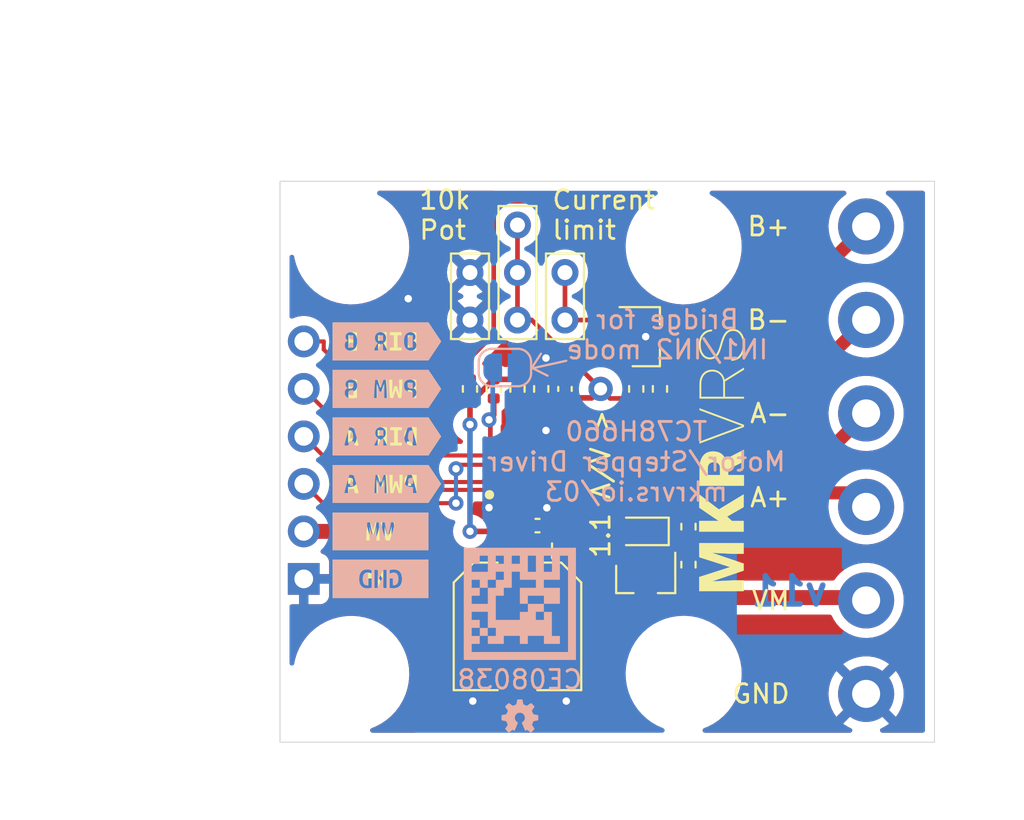
<source format=kicad_pcb>
(kicad_pcb (version 20210722) (generator pcbnew)
  (title_block (title "Makerverse Motor Driver 2ch") (date "2021-09-14") (rev "10") (comment 1 "Designed at Core Electronics by Brenton Schulz") (comment 2 "Makerverse and the makerverse logo are trademarks of Core Electronics Pty Ltd.") (comment 3 "License: CCASAv4.0 https://creativecommons.org/licenses/by-sa/4.0/"))
  (layers (0 "F.Cu" signal) (31 "B.Cu" signal) (34 "B.Paste" user) (35 "F.Paste" user) (36 "B.SilkS" user "B.Silkscreen") (37 "F.SilkS" user "F.Silkscreen") (38 "B.Mask" user) (39 "F.Mask" user) (44 "Edge.Cuts" user))
  (net 0 "")
  (net 1 "GND")
  (net 2 "VCC")
  (net 3 "Net-(C3-Pad1)")
  (net 4 "/MODE")
  (net 5 "/STBY")
  (net 6 "Net-(IC1-Pad11)")
  (net 7 "Net-(IC1-Pad8)")
  (net 8 "Net-(IC1-Pad7)")
  (net 9 "Net-(IC1-Pad6)")
  (net 10 "Net-(IC1-Pad5)")
  (net 11 "/PWMB")
  (net 12 "/PWMA")
  (net 13 "/DIRB")
  (net 14 "/DIRA")
  (net 15 "Net-(R2-Pad2)")
  (net 16 "Net-(D1-Pad1)")
  (net 17 "VDC")
  (net 18 "Net-(Q1-Pad1)")
  (footprint "Capacitor_SMD:CP_Elec_6.3x5.3" (layer "F.Cu") (at 145.56 113.662 -90)
    (fp_text reference "C2")
    (fp_text value "47uF")
    (pad "1" smd roundrect locked (at -2.8 0 270) (size 3.5 1.6) (layers "F.Cu" "F.Paste" "F.Mask") (roundrect_rratio 0.15625) (net 2 "VCC"))
    (pad "2" smd roundrect locked (at 2.8 0 270) (size 3.5 1.6) (layers "F.Cu" "F.Paste" "F.Mask") (roundrect_rratio 0.15625) (net 1 "GND"))
  )
  (footprint "Capacitor_SMD:C_0402_1005Metric" (layer "F.Cu") (at 146.63 108.272)
    (fp_text reference "C1")
    (fp_text value "100nF")
    (pad "1" smd roundrect locked (at -0.48 0) (size 0.56 0.62) (layers "F.Cu" "F.Paste" "F.Mask") (net 2 "VCC"))
    (pad "2" smd roundrect locked (at 0.48 0) (size 0.56 0.62) (layers "F.Cu" "F.Paste" "F.Mask") (net 1 "GND"))
  )
  (footprint "Capacitor_SMD:C_0402_1005Metric" (layer "F.Cu") (at 148.1 100.962 90)
    (fp_text reference "C3")
    (fp_text value "100nF")
    (pad "1" smd roundrect locked (at -0.48 0 90) (size 0.56 0.62) (layers "F.Cu" "F.Paste" "F.Mask") (net 3 "Net-(C3-Pad1)"))
    (pad "2" smd roundrect locked (at 0.48 0 90) (size 0.56 0.62) (layers "F.Cu" "F.Paste" "F.Mask") (net 1 "GND"))
  )
  (footprint "lib:QFN50P300X300X90-17N" (layer "F.Cu") (at 145.56 104.772 90)
    (fp_text reference "IC1")
    (fp_text value "TC78H660FTG,EL" hide)
    (pad "1" smd rect locked (at -1.45 -0.75 180) (size 0.3 0.8) (layers "F.Cu" "F.Paste" "F.Mask") (net 14 "/DIRA"))
    (pad "2" smd rect locked (at -1.45 -0.25 180) (size 0.3 0.8) (layers "F.Cu" "F.Paste" "F.Mask") (net 1 "GND"))
    (pad "3" smd rect locked (at -1.45 0.25 180) (size 0.3 0.8) (layers "F.Cu" "F.Paste" "F.Mask") (net 2 "VCC"))
    (pad "4" smd rect locked (at -1.45 0.75 180) (size 0.3 0.8) (layers "F.Cu" "F.Paste" "F.Mask") (net 1 "GND"))
    (pad "5" smd rect locked (at -0.75 1.45 90) (size 0.3 0.8) (layers "F.Cu" "F.Paste" "F.Mask") (net 10 "Net-(IC1-Pad5)"))
    (pad "6" smd rect locked (at -0.25 1.45 90) (size 0.3 0.8) (layers "F.Cu" "F.Paste" "F.Mask") (net 9 "Net-(IC1-Pad6)"))
    (pad "7" smd rect locked (at 0.25 1.45 90) (size 0.3 0.8) (layers "F.Cu" "F.Paste" "F.Mask") (net 8 "Net-(IC1-Pad7)"))
    (pad "8" smd rect locked (at 0.75 1.45 90) (size 0.3 0.8) (layers "F.Cu" "F.Paste" "F.Mask") (net 7 "Net-(IC1-Pad8)"))
    (pad "9" smd rect locked (at 1.45 0.75 180) (size 0.3 0.8) (layers "F.Cu" "F.Paste" "F.Mask") (net 1 "GND"))
    (pad "10" smd rect locked (at 1.45 0.25 180) (size 0.3 0.8) (layers "F.Cu" "F.Paste" "F.Mask") (net 3 "Net-(C3-Pad1)"))
    (pad "11" smd rect locked (at 1.45 -0.25 180) (size 0.3 0.8) (layers "F.Cu" "F.Paste" "F.Mask") (net 6 "Net-(IC1-Pad11)"))
    (pad "12" smd rect locked (at 1.45 -0.75 180) (size 0.3 0.8) (layers "F.Cu" "F.Paste" "F.Mask") (net 5 "/STBY"))
    (pad "13" smd rect locked (at 0.75 -1.45 90) (size 0.3 0.8) (layers "F.Cu" "F.Paste" "F.Mask") (net 4 "/MODE"))
    (pad "14" smd rect locked (at 0.25 -1.45 90) (size 0.3 0.8) (layers "F.Cu" "F.Paste" "F.Mask") (net 13 "/DIRB"))
    (pad "15" smd rect locked (at -0.25 -1.45 90) (size 0.3 0.8) (layers "F.Cu" "F.Paste" "F.Mask") (net 12 "/PWMA"))
    (pad "16" smd rect locked (at -0.75 -1.45 90) (size 0.3 0.8) (layers "F.Cu" "F.Paste" "F.Mask") (net 11 "/PWMB"))
    (pad "17" smd rect locked (at 0 0 90) (size 1.7 1.7) (layers "F.Cu" "F.Paste" "F.Mask") (net 1 "GND"))
  )
  (footprint "Connector_PinHeader_2.54mm:PinHeader_1x06_P2.54mm_Vertical" (layer "F.Cu") (at 134.13 111.122 180)
    (fp_text reference "J2")
    (fp_text value "Conn_01x06_Male")
    (pad "1" thru_hole rect locked (at 0 0 180) (size 1.7 1.7) (drill 1) (layers *.Cu *.Mask) (net 1 "GND"))
    (pad "2" thru_hole oval locked (at 0 2.54 180) (size 1.7 1.7) (drill 1) (layers *.Cu *.Mask) (net 17 "VDC"))
    (pad "3" thru_hole oval locked (at 0 5.08 180) (size 1.7 1.7) (drill 1) (layers *.Cu *.Mask) (net 12 "/PWMA"))
    (pad "4" thru_hole oval locked (at 0 7.62 180) (size 1.7 1.7) (drill 1) (layers *.Cu *.Mask) (net 14 "/DIRA"))
    (pad "5" thru_hole oval locked (at 0 10.16 180) (size 1.7 1.7) (drill 1) (layers *.Cu *.Mask) (net 11 "/PWMB"))
    (pad "6" thru_hole oval locked (at 0 12.7 180) (size 1.7 1.7) (drill 1) (layers *.Cu *.Mask) (net 13 "/DIRB"))
  )
  (footprint "Resistor_SMD:R_0402_1005Metric" (layer "F.Cu") (at 146.83 100.962 90)
    (fp_text reference "R1")
    (fp_text value "57.6k")
    (pad "1" smd roundrect locked (at -0.51 0 90) (size 0.54 0.64) (layers "F.Cu" "F.Paste" "F.Mask") (net 6 "Net-(IC1-Pad11)"))
    (pad "2" smd roundrect locked (at 0.51 0 90) (size 0.54 0.64) (layers "F.Cu" "F.Paste" "F.Mask") (net 1 "GND"))
  )
  (footprint "Resistor_SMD:R_0402_1005Metric" (layer "F.Cu") (at 143.02 100.962 90)
    (fp_text reference "R2")
    (fp_text value "4k7")
    (pad "1" smd roundrect locked (at -0.51 0 90) (size 0.54 0.64) (layers "F.Cu" "F.Paste" "F.Mask") (net 2 "VCC"))
    (pad "2" smd roundrect locked (at 0.51 0 90) (size 0.54 0.64) (layers "F.Cu" "F.Paste" "F.Mask") (net 15 "Net-(R2-Pad2)"))
  )
  (footprint "Resistor_SMD:R_0402_1005Metric" (layer "F.Cu") (at 144.29 100.962 -90)
    (fp_text reference "R3")
    (fp_text value "4k7")
    (pad "1" smd roundrect locked (at -0.51 0 270) (size 0.54 0.64) (layers "F.Cu" "F.Paste" "F.Mask") (net 2 "VCC"))
    (pad "2" smd roundrect locked (at 0.51 0 270) (size 0.54 0.64) (layers "F.Cu" "F.Paste" "F.Mask") (net 4 "/MODE"))
  )
  (footprint "Resistor_SMD:R_0402_1005Metric" (layer "F.Cu") (at 145.56 100.962 -90)
    (fp_text reference "R4")
    (fp_text value "4k7")
    (pad "1" smd roundrect locked (at -0.51 0 270) (size 0.54 0.64) (layers "F.Cu" "F.Paste" "F.Mask") (net 2 "VCC"))
    (pad "2" smd roundrect locked (at 0.51 0 270) (size 0.54 0.64) (layers "F.Cu" "F.Paste" "F.Mask") (net 5 "/STBY"))
  )
  (footprint "Potentiometer_THT:Potentiometer_Bourns_3296W_Vertical" (layer "F.Cu") (at 148.1 97.279)
    (fp_text reference "RV1")
    (fp_text value "R_POT")
    (pad "1" thru_hole circle locked (at 0 0) (size 1.44 1.44) (drill 0.8) (layers *.Cu *.Mask) (net 15 "Net-(R2-Pad2)"))
    (pad "1" thru_hole circle locked (at 0 -2.54) (size 1.44 1.44) (drill 0.8) (layers *.Cu *.Mask) (net 15 "Net-(R2-Pad2)"))
    (pad "2" thru_hole circle locked (at -2.54 0) (size 1.44 1.44) (drill 0.8) (layers *.Cu *.Mask) (net 3 "Net-(C3-Pad1)"))
    (pad "2" thru_hole circle locked (at -2.54 -2.54) (size 1.44 1.44) (drill 0.8) (layers *.Cu *.Mask) (net 3 "Net-(C3-Pad1)"))
    (pad "2" thru_hole circle locked (at -2.54 -5.08) (size 1.44 1.44) (drill 0.8) (layers *.Cu *.Mask) (net 3 "Net-(C3-Pad1)"))
    (pad "3" thru_hole circle locked (at -5.08 0) (size 1.44 1.44) (drill 0.8) (layers *.Cu *.Mask) (net 1 "GND"))
    (pad "3" thru_hole circle locked (at -5.08 -2.54) (size 1.44 1.44) (drill 0.8) (layers *.Cu *.Mask) (net 1 "GND"))
  )
  (footprint "TestPoint:TestPoint_THTPad_1.5x1.5mm_Drill0.7mm" (layer "F.Cu") (at 150.005 100.962)
    (fp_text reference "TP1")
    (fp_text value "TestPoint")
    (pad "1" thru_hole oval locked (at 0 0) (size 1.3 1.3) (drill 0.7) (layers *.Cu *.Mask) (net 3 "Net-(C3-Pad1)"))
  )
  (footprint "label" (layer "F.Cu") (at 138.575 103.502)
    (fp_text reference "kibuzzard-611F029E" hide)
    (fp_text value "G***" hide)
  )
  (footprint "label" (layer "F.Cu") (at 138.575 106.042)
    (fp_text reference "kibuzzard-611F03C6" hide)
    (fp_text value "G***" hide)
  )
  (footprint "label" (layer "F.Cu") (at 138.575 100.962)
    (fp_text reference "kibuzzard-611F03CE" hide)
    (fp_text value "G***" hide)
  )
  (footprint "label" (layer "F.Cu") (at 138.575 98.422)
    (fp_text reference "kibuzzard-611F033D" hide)
    (fp_text value "G***" hide)
  )
  (footprint "label" (layer "F.Cu") (at 138.236377 111.122)
    (fp_text reference "kibuzzard-611F05D8" hide)
    (fp_text value "G***" hide)
  )
  (footprint "label" (layer "F.Cu") (at 138.236377 108.582)
    (fp_text reference "kibuzzard-611F05E5" hide)
    (fp_text value "G***" hide)
  )
  (footprint "CoreElectronics_Artwork:makerverse_logo_short_14.0x2.4mm" (layer "F.Cu") (at 156.482 104.772 90)
    (fp_text reference "G***" hide)
    (fp_text value "LOGO" hide)
  )
  (footprint "MountingHole:MountingHole_3.2mm_M3" (layer "F.Cu") (at 136.67 93.342)
    (fp_text reference "H1")
    (fp_text value "MountingHole")
    (pad "1" np_thru_hole circle locked (at 0 0) (size 3.2 3.2) (drill 3.2) (layers *.Cu *.Mask))
  )
  (footprint "MountingHole:MountingHole_3.2mm_M3" (layer "F.Cu") (at 136.67 116.202 90)
    (fp_text reference "H2")
    (fp_text value "MountingHole")
    (pad "1" np_thru_hole circle locked (at 0 0 90) (size 3.2 3.2) (drill 3.2) (layers *.Cu *.Mask))
  )
  (footprint "MountingHole:MountingHole_3.2mm_M3" (layer "F.Cu") (at 154.45 93.342)
    (fp_text reference "H3")
    (fp_text value "MountingHole")
    (pad "1" np_thru_hole circle locked (at 0 0) (size 3.2 3.2) (drill 3.2) (layers *.Cu *.Mask))
  )
  (footprint "MountingHole:MountingHole_3.2mm_M3" (layer "F.Cu") (at 154.45 116.202)
    (fp_text reference "H4")
    (fp_text value "MountingHole")
    (pad "1" np_thru_hole circle locked (at 0 0) (size 3.2 3.2) (drill 3.2) (layers *.Cu *.Mask))
  )
  (footprint "lib:terminal-2-pin-5mm" (layer "F.Cu") (at 164.205 104.772 -90)
    (fp_text reference "J4")
    (fp_text value "Screw_Terminal_01x02")
    (pad "1" thru_hole circle locked (at -2.5 0 270) (size 3 3) (drill 1.5) (layers *.Cu *.Mask) (net 9 "Net-(IC1-Pad6)"))
    (pad "2" thru_hole circle locked (at 2.5 0 270) (size 3 3) (drill 1.5) (layers *.Cu *.Mask) (net 10 "Net-(IC1-Pad5)"))
  )
  (footprint "lib:terminal-2-pin-5mm" (layer "F.Cu") (at 164.205 114.772 -90)
    (fp_text reference "J1")
    (fp_text value "Screw_Terminal_01x02")
    (pad "1" thru_hole circle locked (at -2.5 0 270) (size 3 3) (drill 1.5) (layers *.Cu *.Mask) (net 17 "VDC"))
    (pad "2" thru_hole circle locked (at 2.5 0 270) (size 3 3) (drill 1.5) (layers *.Cu *.Mask) (net 1 "GND"))
  )
  (footprint "lib:terminal-2-pin-5mm" (layer "F.Cu") (at 164.205 94.772 -90)
    (fp_text reference "J3")
    (fp_text value "Screw_Terminal_01x02")
    (pad "1" thru_hole circle locked (at -2.5 0 270) (size 3 3) (drill 1.5) (layers *.Cu *.Mask) (net 7 "Net-(IC1-Pad8)"))
    (pad "2" thru_hole circle locked (at 2.5 0 270) (size 3 3) (drill 1.5) (layers *.Cu *.Mask) (net 8 "Net-(IC1-Pad7)"))
  )
  (footprint "Fiducial:Fiducial_1mm_Mask2mm" (layer "F.Cu") (at 166.1 94.779)
    (fp_text reference "FID1")
    (fp_text value "Fiducial")
    (pad "" smd circle locked (at 0 0) (size 1 1) (layers "F.Cu" "F.Mask") (clearance 0.5))
  )
  (footprint "Fiducial:Fiducial_1mm_Mask2mm" (layer "F.Cu") (at 143.528 113.662)
    (fp_text reference "FID2")
    (fp_text value "Fiducial")
    (pad "" smd circle locked (at 0 0) (size 1 1) (layers "F.Cu" "F.Mask") (clearance 0.5))
  )
  (footprint "LED_SMD:LED_0603_1608Metric" (layer "F.Cu") (at 152.164 108.582 180)
    (fp_text reference "D1")
    (fp_text value "LED")
    (pad "1" smd roundrect locked (at -0.7875 0 180) (size 0.875 0.95) (layers "F.Cu" "F.Paste" "F.Mask") (net 16 "Net-(D1-Pad1)"))
    (pad "2" smd roundrect locked (at 0.7875 0 180) (size 0.875 0.95) (layers "F.Cu" "F.Paste" "F.Mask") (net 2 "VCC"))
  )
  (footprint "Package_TO_SOT_SMD:SOT-23" (layer "F.Cu") (at 152.418 98.168)
    (fp_text reference "U1")
    (fp_text value "ME431")
    (pad "1" smd rect locked (at -1 -0.95) (size 0.9 0.8) (layers "F.Cu" "F.Paste" "F.Mask") (net 15 "Net-(R2-Pad2)"))
    (pad "2" smd rect locked (at -1 0.95) (size 0.9 0.8) (layers "F.Cu" "F.Paste" "F.Mask") (net 15 "Net-(R2-Pad2)"))
    (pad "3" smd rect locked (at 1 0) (size 0.9 0.8) (layers "F.Cu" "F.Paste" "F.Mask") (net 1 "GND"))
  )
  (footprint "Package_TO_SOT_SMD:SOT-23" (layer "F.Cu") (at 152.418 111.122 -90)
    (fp_text reference "Q1")
    (fp_text value "Q_PMOS_GSD")
    (pad "1" smd rect locked (at -1 -0.95 270) (size 0.9 0.8) (layers "F.Cu" "F.Paste" "F.Mask") (net 18 "Net-(Q1-Pad1)"))
    (pad "2" smd rect locked (at -1 0.95 270) (size 0.9 0.8) (layers "F.Cu" "F.Paste" "F.Mask") (net 2 "VCC"))
    (pad "3" smd rect locked (at 1 0 270) (size 0.9 0.8) (layers "F.Cu" "F.Paste" "F.Mask") (net 17 "VDC"))
  )
  (footprint "Resistor_SMD:R_0402_1005Metric" (layer "F.Cu") (at 154.704 108.328 -90)
    (fp_text reference "R7")
    (fp_text value "1k")
    (pad "1" smd roundrect locked (at -0.51 0 270) (size 0.54 0.64) (layers "F.Cu" "F.Paste" "F.Mask") (net 16 "Net-(D1-Pad1)"))
    (pad "2" smd roundrect locked (at 0.51 0 270) (size 0.54 0.64) (layers "F.Cu" "F.Paste" "F.Mask") (net 18 "Net-(Q1-Pad1)"))
  )
  (footprint "Resistor_SMD:R_0402_1005Metric" (layer "F.Cu") (at 153.18 100.962 90)
    (fp_text reference "R6")
    (fp_text value "14k")
    (pad "1" smd roundrect locked (at -0.51 0 90) (size 0.54 0.64) (layers "F.Cu" "F.Paste" "F.Mask") (net 3 "Net-(C3-Pad1)"))
    (pad "2" smd roundrect locked (at 0.51 0 90) (size 0.54 0.64) (layers "F.Cu" "F.Paste" "F.Mask") (net 1 "GND"))
  )
  (footprint "Resistor_SMD:R_0402_1005Metric" (layer "F.Cu") (at 154.704 110.36 -90)
    (fp_text reference "R8")
    (fp_text value "4k7")
    (pad "1" smd roundrect locked (at -0.51 0 270) (size 0.54 0.64) (layers "F.Cu" "F.Paste" "F.Mask") (net 18 "Net-(Q1-Pad1)"))
    (pad "2" smd roundrect locked (at 0.51 0 270) (size 0.54 0.64) (layers "F.Cu" "F.Paste" "F.Mask") (net 1 "GND"))
  )
  (footprint "Resistor_SMD:R_0402_1005Metric" (layer "F.Cu") (at 151.91 100.962 -90)
    (fp_text reference "R5")
    (fp_text value "4k7")
    (pad "1" smd roundrect locked (at -0.51 0 270) (size 0.54 0.64) (layers "F.Cu" "F.Paste" "F.Mask") (net 15 "Net-(R2-Pad2)"))
    (pad "2" smd roundrect locked (at 0.51 0 270) (size 0.54 0.64) (layers "F.Cu" "F.Paste" "F.Mask") (net 3 "Net-(C3-Pad1)"))
  )
  (footprint "CoreElectronics_Components:SolderJumper-2_P1.3mm_Open_RoundedPad1.0x1.5mm_NoMask" (layer "B.Cu") (at 144.887 99.819)
    (fp_text reference "JP1")
    (fp_text value "SolderJumper_2_Open")
    (pad "1" smd custom locked (at -0.65 0) (size 1 0.5) (layers "B.Cu" "B.Mask") (net 4 "/MODE") (options (clearance outline) (anchor rect)) (primitives (gr_circle (center 0 -0.25) (end 0.5 -0.25) (width 0) (fill yes)) (gr_circle (center 0 0.25) (end 0.5 0.25) (width 0) (fill yes)) (gr_poly (pts (xy 0.5 0.75) (xy 0 0.75) (xy 0 -0.75) (xy 0.5 -0.75)) (width 0) (fill yes))))
    (pad "2" smd custom locked (at 0.65 0) (size 1 0.5) (layers "B.Cu" "B.Mask") (net 1 "GND") (options (clearance outline) (anchor rect)) (primitives (gr_circle (center 0 -0.25) (end 0.5 -0.25) (width 0) (fill yes)) (gr_circle (center 0 0.25) (end 0.5 0.25) (width 0) (fill yes)) (gr_poly (pts (xy 0 0.75) (xy -0.5 0.75) (xy -0.5 -0.75) (xy 0 -0.75)) (width 0) (fill yes))))
  )
  (footprint "label" (layer "B.Cu") (at 138.238494 108.582 180)
    (fp_text reference "kibuzzard-611F1057" hide)
    (fp_text value "G***" hide)
  )
  (footprint "label" (layer "B.Cu") (at 138.575 98.422 180)
    (fp_text reference "kibuzzard-611F1086" hide)
    (fp_text value "G***" hide)
  )
  (footprint "label" (layer "B.Cu") (at 138.575 100.962 180)
    (fp_text reference "kibuzzard-611F1098" hide)
    (fp_text value "G***" hide)
  )
  (footprint "label" (layer "B.Cu") (at 138.572883 106.042 180)
    (fp_text reference "kibuzzard-611F10A0" hide)
    (fp_text value "G***" hide)
  )
  (footprint "CoreElectronics_Artwork:oshw" (layer "B.Cu") (at 145.694257 118.457 180)
    (fp_text reference "G***" hide)
    (fp_text value "LOGO" hide)
  )
  (footprint "label" (layer "B.Cu") (at 138.575 103.502 180)
    (fp_text reference "kibuzzard-611F10AC" hide)
    (fp_text value "G***" hide)
  )
  (footprint "label" (layer "B.Cu") (at 138.238494 111.122 180)
    (fp_text reference "kibuzzard-611F05D8" hide)
    (fp_text value "G***" hide)
  )
  (footprint "lib:CE08038" (layer "B.Cu") (at 145.687 112.457 180)
    (fp_text reference "G***" hide)
    (fp_text value "LOGO" hide)
  )
  (gr_line (start 146.325988 99.835488) (end 146.814013 99.078513) (layer "B.SilkS") (width 0.12))
  (gr_line (start 146.37 99.857) (end 147.17 100.257) (layer "B.SilkS") (width 0.12))
  (gr_line (start 148.17 99.457) (end 146.37 99.857) (layer "B.SilkS") (width 0.12))
  (gr_line (start 146.576 98.295) (end 146.576 91.183) (layer "F.SilkS") (width 0.12))
  (gr_line (start 144.036 93.723) (end 144.036 98.295) (layer "F.SilkS") (width 0.12))
  (gr_line (start 146.576 91.183) (end 144.544 91.183) (layer "F.SilkS") (width 0.12))
  (gr_line (start 144.036 98.295) (end 142.004 98.295) (layer "F.SilkS") (width 0.12))
  (gr_line (start 147.084 93.723) (end 147.084 98.295) (layer "F.SilkS") (width 0.12))
  (gr_line (start 144.544 91.183) (end 144.544 98.295) (layer "F.SilkS") (width 0.12))
  (gr_line (start 147.084 98.295) (end 149.116 98.295) (layer "F.SilkS") (width 0.12))
  (gr_line (start 149.116 93.723) (end 147.084 93.723) (layer "F.SilkS") (width 0.12))
  (gr_line (start 144.544 98.295) (end 146.576 98.295) (layer "F.SilkS") (width 0.12))
  (gr_line (start 149.116 98.295) (end 149.116 93.723) (layer "F.SilkS") (width 0.12))
  (gr_line (start 142.004 93.723) (end 144.036 93.723) (layer "F.SilkS") (width 0.12))
  (gr_line (start 142.004 98.295) (end 142.004 93.723) (layer "F.SilkS") (width 0.12))
  (gr_line (start 167.86 119.857) (end 167.86 89.857) (layer "Edge.Cuts") (width 0.05))
  (gr_line (start 132.86 119.857) (end 167.86 119.857) (layer "Edge.Cuts") (width 0.05))
  (gr_line (start 167.86 89.857) (end 132.86 89.857) (layer "Edge.Cuts") (width 0.05))
  (gr_line (start 132.86 89.857) (end 132.86 119.857) (layer "Edge.Cuts") (width 0.05))
  (gr_text "v11" (at 160.1 111.779) (layer "B.Cu") (effects (font (size 1.5 1.5) (thickness 0.3)) (justify mirror)))
  (gr_text "Bridge for\nIN1/IN2 mode" (at 153.57 98.057) (layer "B.SilkS") (effects (font (size 1 1)) (justify mirror)))
  (gr_text "TC78H660\nMotor/Stepper Driver\nmkrvrs.io/03" (at 151.91 104.857) (layer "B.SilkS") (effects (font (size 1 1)) (justify mirror)))
  (gr_text "CE08038" (at 145.686999 116.511983) (layer "B.SilkS") (effects (font (size 1 1)) (justify mirror)))
  (gr_text "Current\nlimit" (at 147.338 91.658) (layer "F.SilkS") (effects (font (size 1 1)) (justify left)))
  (gr_text "GND" (at 160.205 117.272) (layer "F.SilkS") (effects (font (size 1 1)) (justify right)))
  (gr_text "B+" (at 160.205 92.272) (layer "F.SilkS") (effects (font (size 1 1)) (justify right)))
  (gr_text "A-" (at 160.205 102.272) (layer "F.SilkS") (effects (font (size 1 1)) (justify right)))
  (gr_text "1.1 A/V >" (at 150.005 106.042 90) (layer "F.SilkS") (effects (font (size 1 1))))
  (gr_text "VM" (at 160.205 112.272) (layer "F.SilkS") (effects (font (size 1 1)) (justify right)))
  (gr_text "A+" (at 160.205 106.772) (layer "F.SilkS") (effects (font (size 1 1)) (justify right)))
  (gr_text "B-" (at 160.205 97.272) (layer "F.SilkS") (effects (font (size 1 1)) (justify right)))
  (gr_text "10k\nPot" (at 140.226 91.658) (layer "F.SilkS") (effects (font (size 1 1)) (justify left)))
  (segment (start 145.56 104.772) (end 145.56 104.772) (width 0.22) (layer "F.Cu") (net 1))
  (segment (start 147.11 108.272) (end 147.11 107.34201) (width 0.7) (layer "F.Cu") (net 1))
  (segment (start 146.31 103.322) (end 146.31 104.022) (width 0.2) (layer "F.Cu") (net 1))
  (segment (start 146.31 106.50199) (end 147.13001 107.322) (width 0.25) (layer "F.Cu") (net 1))
  (segment (start 144.91001 107.27199) (end 144.07601 107.27199) (width 0.25) (layer "F.Cu") (net 1))
  (segment (start 145.31 106.222) (end 145.31 105.021986) (width 0.25) (layer "F.Cu") (net 1))
  (segment (start 146.31 106.222) (end 146.31 106.652) (width 0.25) (layer "F.Cu") (net 1))
  (segment (start 146.31 106.702) (end 146.73 107.122) (width 0.25) (layer "F.Cu") (net 1))
  (segment (start 145.31 106.872) (end 144.91001 107.27199) (width 0.25) (layer "F.Cu") (net 1))
  (segment (start 147.11 107.34201) (end 147.13001 107.322) (width 0.7) (layer "F.Cu") (net 1))
  (segment (start 153.418 98.168) (end 152.418 98.168) (width 0.25) (layer "F.Cu") (net 1))
  (segment (start 145.31 105.021986) (end 145.56 104.771986) (width 0.25) (layer "F.Cu") (net 1))
  (segment (start 146.299999 105.511985) (end 145.56 104.771986) (width 0.22) (layer "F.Cu") (net 1))
  (segment (start 146.31 106.222) (end 146.31 106.50199) (width 0.25) (layer "F.Cu") (net 1))
  (segment (start 146.31 104.022) (end 145.56 104.772) (width 0.2) (layer "F.Cu") (net 1))
  (segment (start 146.299999 106.211999) (end 146.299999 105.511985) (width 0.22) (layer "F.Cu") (net 1))
  (segment (start 146.4475 103.1845) (end 146.31 103.322) (width 0.25) (layer "F.Cu") (net 1))
  (segment (start 146.83 100.452) (end 146.83 99.565) (width 0.25) (layer "F.Cu") (net 1))
  (segment (start 146.9465 103.322) (end 147.084 103.1845) (width 0.2) (layer "F.Cu") (net 1))
  (segment (start 147.084 103.1845) (end 146.4475 103.1845) (width 0.5) (layer "F.Cu") (net 1))
  (segment (start 146.270001 103.361999) (end 146.270001 104.061985) (width 0.22) (layer "F.Cu") (net 1))
  (segment (start 146.31 103.322) (end 146.270001 103.361999) (width 0.22) (layer "F.Cu") (net 1))
  (segment (start 146.31 106.222) (end 146.31 106.702) (width 0.25) (layer "F.Cu") (net 1))
  (segment (start 146.83 99.565) (end 147.084 99.311) (width 0.25) (layer "F.Cu") (net 1))
  (segment (start 145.31 106.222) (end 145.31 106.872) (width 0.25) (layer "F.Cu") (net 1))
  (segment (start 146.31 106.222) (end 146.299999 106.211999) (width 0.22) (layer "F.Cu") (net 1))
  (segment (start 146.270001 104.061985) (end 145.56 104.771986) (width 0.22) (layer "F.Cu") (net 1))
  (segment (start 144.07601 107.27199) (end 144.036 107.312) (width 0.25) (layer "F.Cu") (net 1))
  (via (at 139.718 96.136) (size 0.8) (drill 0.4) (layers "F.Cu" "B.Cu") (net 1))
  (via (at 152.418 98.168) (size 0.8) (drill 0.4) (layers "F.Cu" "B.Cu") (net 1))
  (via (at 147.084 99.311) (size 0.8) (drill 0.4) (layers "F.Cu" "B.Cu") (net 1))
  (via (at 147.084 103.1845) (size 0.8) (drill 0.4) (layers "F.Cu" "B.Cu") (net 1))
  (via (at 147.13001 107.322) (size 0.8) (drill 0.4) (layers "F.Cu" "B.Cu") (net 1))
  (via (at 148.17 117.657) (size 0.8) (drill 0.4) (layers "F.Cu" "B.Cu") (net 1))
  (via (at 143.17 117.657) (size 0.8) (drill 0.4) (layers "F.Cu" "B.Cu") (net 1))
  (via (at 144.036 107.312) (size 0.8) (drill 0.4) (layers "F.Cu" "B.Cu") (net 1))
  (segment (start 145.64 108.272) (end 146.15 108.272) (width 0.2) (layer "F.Cu") (net 2))
  (segment (start 143.02 101.472) (end 143.27 101.472) (width 0.3) (layer "F.Cu") (net 2))
  (segment (start 151.468 110.122) (end 151.468 108.6735) (width 0.25) (layer "F.Cu") (net 2))
  (segment (start 146.3 110.122) (end 145.56 110.862) (width 0.8) (layer "F.Cu") (net 2))
  (segment (start 143.02 101.472) (end 143.02 102.866996) (width 0.3) (layer "F.Cu") (net 2))
  (segment (start 145.81 107.161) (end 145.08 107.891) (width 0.3) (layer "F.Cu") (net 2))
  (segment (start 145.56 108.352) (end 145.64 108.272) (width 0.2) (layer "F.Cu") (net 2))
  (segment (start 143.27 101.472) (end 144.29 100.452) (width 0.3) (layer "F.Cu") (net 2))
  (segment (start 145.08 107.947) (end 144.445 108.582) (width 0.3) (layer "F.Cu") (net 2))
  (segment (start 145.56 100.452) (end 144.29 100.452) (width 0.3) (layer "F.Cu") (net 2))
  (segment (start 145.7 112.272) (end 145.56 112.132) (width 0.7) (layer "F.Cu") (net 2))
  (segment (start 144.445 108.582) (end 143.02 108.582) (width 0.3) (layer "F.Cu") (net 2))
  (segment (start 143.02 102.866996) (end 143.020004 102.867) (width 0.3) (layer "F.Cu") (net 2))
  (segment (start 146.3 110.122) (end 151.468 110.122) (width 0.8) (layer "F.Cu") (net 2))
  (segment (start 145.81 106.222) (end 145.81 107.161) (width 0.3) (layer "F.Cu") (net 2))
  (segment (start 145.08 107.891) (end 145.08 107.947) (width 0.3) (layer "F.Cu") (net 2))
  (segment (start 151.468 108.6735) (end 151.3765 108.582) (width 0.25) (layer "F.Cu") (net 2))
  (via (at 143.02 108.582) (size 0.8) (drill 0.4) (layers "F.Cu" "B.Cu") (net 2))
  (via (at 143.020004 102.867) (size 0.8) (drill 0.4) (layers "F.Cu" "B.Cu") (net 2))
  (segment (start 143.020004 102.867) (end 143.020004 108.581996) (width 0.3) (layer "B.Cu") (net 2))
  (segment (start 143.020004 108.581996) (end 143.02 108.582) (width 0.3) (layer "B.Cu") (net 2))
  (segment (start 146.322 97.279) (end 145.56 97.279) (width 0.25) (layer "F.Cu") (net 3))
  (segment (start 153.18 101.472) (end 151.91 101.472) (width 0.25) (layer "F.Cu") (net 3))
  (segment (start 147.830554 101.442) (end 148.1 101.442) (width 0.25) (layer "F.Cu") (net 3))
  (segment (start 145.81 103.322) (end 145.81 102.686997) (width 0.25) (layer "F.Cu") (net 3))
  (segment (start 151.91 101.472) (end 150.515 101.472) (width 0.25) (layer "F.Cu") (net 3))
  (segment (start 150.515 101.472) (end 150.005 100.962) (width 0.25) (layer "F.Cu") (net 3))
  (segment (start 145.81 102.686997) (end 145.979976 102.517021) (width 0.25) (layer "F.Cu") (net 3))
  (segment (start 145.56 94.739) (end 145.56 92.199) (width 0.25) (layer "F.Cu") (net 3))
  (segment (start 145.979976 102.517021) (end 146.755533 102.517021) (width 0.25) (layer "F.Cu") (net 3))
  (segment (start 145.56 97.279) (end 145.56 94.739) (width 0.25) (layer "F.Cu") (net 3))
  (segment (start 148.1 101.442) (end 149.525 101.442) (width 0.3) (layer "F.Cu") (net 3))
  (segment (start 149.525 101.442) (end 150.005 100.962) (width 0.3) (layer "F.Cu") (net 3))
  (segment (start 146.755533 102.517021) (end 147.830554 101.442) (width 0.25) (layer "F.Cu") (net 3))
  (segment (start 150.005 100.962) (end 146.322 97.279) (width 0.25) (layer "F.Cu") (net 3))
  (segment (start 144.29 102.359) (end 144.036 102.613) (width 0.3) (layer "F.Cu") (net 4))
  (segment (start 144.29 101.472) (end 144.29 102.359) (width 0.3) (layer "F.Cu") (net 4))
  (segment (start 144.11 104.022) (end 144.11 102.687) (width 0.25) (layer "F.Cu") (net 4))
  (segment (start 144.11 102.687) (end 144.036 102.613) (width 0.25) (layer "F.Cu") (net 4))
  (via (at 144.036 102.613) (size 0.8) (drill 0.4) (layers "F.Cu" "B.Cu") (net 4))
  (segment (start 144.237 102.412) (end 144.237 99.819) (width 0.25) (layer "B.Cu") (net 4))
  (segment (start 144.036 102.613) (end 144.237 102.412) (width 0.25) (layer "B.Cu") (net 4))
  (segment (start 144.835002 102.908002) (end 144.835002 102.196998) (width 0.25) (layer "F.Cu") (net 5))
  (segment (start 144.81 102.933004) (end 144.835002 102.908002) (width 0.25) (layer "F.Cu") (net 5))
  (segment (start 144.81 103.322) (end 144.81 102.933004) (width 0.25) (layer "F.Cu") (net 5))
  (segment (start 144.835002 102.196998) (end 145.56 101.472) (width 0.25) (layer "F.Cu") (net 5))
  (segment (start 145.31 102.550587) (end 145.793577 102.06701) (width 0.25) (layer "F.Cu") (net 6))
  (segment (start 145.31 103.322) (end 145.31 102.550587) (width 0.25) (layer "F.Cu") (net 6))
  (segment (start 145.793577 102.06701) (end 145.935544 102.06701) (width 0.25) (layer "F.Cu") (net 6))
  (segment (start 145.935544 102.06701) (end 146.530554 101.472) (width 0.25) (layer "F.Cu") (net 6))
  (segment (start 146.530554 101.472) (end 146.83 101.472) (width 0.25) (layer "F.Cu") (net 6))
  (segment (start 153.201998 103.275002) (end 148.263498 103.275002) (width 0.7) (layer "F.Cu") (net 7))
  (segment (start 147.5165 104.022) (end 147.973 103.5655) (width 0.3) (layer "F.Cu") (net 7))
  (segment (start 147.01 104.022) (end 147.072 104.022) (width 0.25) (layer "F.Cu") (net 7))
  (segment (start 148.263498 103.275002) (end 147.973 103.5655) (width 0.7) (layer "F.Cu") (net 7))
  (segment (start 164.205 92.272) (end 153.201998 103.275002) (width 0.7) (layer "F.Cu") (net 7))
  (segment (start 147.01 104.022) (end 147.5165 104.022) (width 0.3) (layer "F.Cu") (net 7))
  (segment (start 157.205 104.272) (end 148.616 104.272) (width 0.7) (layer "F.Cu") (net 8))
  (segment (start 147.01 104.522) (end 147.842 104.522) (width 0.3) (layer "F.Cu") (net 8))
  (segment (start 148.366 104.522) (end 148.616 104.272) (width 0.25) (layer "F.Cu") (net 8))
  (segment (start 147.842 104.522) (end 148.35 104.522) (width 0.3) (layer "F.Cu") (net 8))
  (segment (start 164.205 97.272) (end 157.205 104.272) (width 0.7) (layer "F.Cu") (net 8))
  (segment (start 148.35 104.522) (end 148.366 104.522) (width 0.25) (layer "F.Cu") (net 8))
  (segment (start 148.35 104.522) (end 148.608 104.264) (width 0.25) (layer "F.Cu") (net 8))
  (segment (start 161.205 105.272) (end 148.56 105.272) (width 0.7) (layer "F.Cu") (net 9))
  (segment (start 147.01 105.022) (end 148.31 105.022) (width 0.3) (layer "F.Cu") (net 9))
  (segment (start 148.31 105.022) (end 148.56 105.272) (width 0.25) (layer "F.Cu") (net 9))
  (segment (start 164.205 102.272) (end 161.205 105.272) (width 0.7) (layer "F.Cu") (net 9))
  (segment (start 147.01 105.522) (end 147.01 105.714) (width 0.2) (layer "F.Cu") (net 10))
  (segment (start 147.474 106.178) (end 147.592 106.296) (width 0.2) (layer "F.Cu") (net 10))
  (segment (start 164.205 107.272) (end 163.455 106.522) (width 0.7) (layer "F.Cu") (net 10))
  (segment (start 147.818 106.522) (end 147.474 106.178) (width 0.7) (layer "F.Cu") (net 10))
  (segment (start 163.455 106.522) (end 147.818 106.522) (width 0.7) (layer "F.Cu") (net 10))
  (segment (start 147.01 105.714) (end 147.474 106.178) (width 0.2) (layer "F.Cu") (net 10))
  (segment (start 144.11 105.522) (end 143.689988 105.942012) (width 0.22) (layer "F.Cu") (net 11))
  (segment (start 139.110012 105.942012) (end 134.13 100.962) (width 0.22) (layer "F.Cu") (net 11))
  (segment (start 143.689988 105.942012) (end 139.110012 105.942012) (width 0.22) (layer "F.Cu") (net 11))
  (segment (start 142.480004 105.022) (end 142.269994 105.23201) (width 0.22) (layer "F.Cu") (net 12))
  (segment (start 134.13 106.042) (end 135.160033 107.072033) (width 0.22) (layer "F.Cu") (net 12))
  (segment (start 135.160033 107.072033) (end 142.269994 107.072033) (width 0.22) (layer "F.Cu") (net 12))
  (segment (start 144.11 105.022) (end 142.480004 105.022) (width 0.22) (layer "F.Cu") (net 12))
  (via (at 142.269994 105.23201) (size 0.8) (drill 0.4) (layers "F.Cu" "B.Cu") (net 12))
  (via (at 142.269994 107.072033) (size 0.8) (drill 0.4) (layers "F.Cu" "B.Cu") (net 12))
  (segment (start 142.269994 105.23201) (end 142.269994 107.072033) (width 0.22) (layer "B.Cu") (net 12))
  (segment (start 135.2 98.857) (end 135.2 98.422) (width 0.22) (layer "F.Cu") (net 13))
  (segment (start 135.2 98.422) (end 134.13 98.422) (width 0.22) (layer "F.Cu") (net 13))
  (segment (start 140.865 104.522) (end 135.2 98.857) (width 0.22) (layer "F.Cu") (net 13))
  (segment (start 144.11 104.522) (end 140.865 104.522) (width 0.22) (layer "F.Cu") (net 13))
  (segment (start 144.669977 106.362023) (end 136.990023 106.362023) (width 0.22) (layer "F.Cu") (net 14))
  (segment (start 136.990023 106.362023) (end 134.13 103.502) (width 0.22) (layer "F.Cu") (net 14))
  (segment (start 144.81 106.222) (end 144.669977 106.362023) (width 0.22) (layer "F.Cu") (net 14))
  (segment (start 143.02 100.452) (end 143.02 99.311) (width 0.25) (layer "F.Cu") (net 15))
  (segment (start 143.02 99.311) (end 144.29 98.041) (width 0.25) (layer "F.Cu") (net 15))
  (segment (start 151.418 99.118) (end 151.418 97.218) (width 0.25) (layer "F.Cu") (net 15))
  (segment (start 148.1 97.279) (end 148.1 94.739) (width 0.25) (layer "F.Cu") (net 15))
  (segment (start 144.29 91.564) (end 144.925 90.929) (width 0.25) (layer "F.Cu") (net 15))
  (segment (start 151.418 95.517) (end 151.418 97.218) (width 0.25) (layer "F.Cu") (net 15))
  (segment (start 144.925 90.929) (end 146.83 90.929) (width 0.25) (layer "F.Cu") (net 15))
  (segment (start 146.83 90.929) (end 151.418 95.517) (width 0.25) (layer "F.Cu") (net 15))
  (segment (start 151.418 99.118) (end 151.418 99.96) (width 0.25) (layer "F.Cu") (net 15))
  (segment (start 151.357 97.279) (end 151.418 97.218) (width 0.25) (layer "F.Cu") (net 15))
  (segment (start 148.1 97.279) (end 151.357 97.279) (width 0.25) (layer "F.Cu") (net 15))
  (segment (start 151.418 99.96) (end 151.91 100.452) (width 0.25) (layer "F.Cu") (net 15))
  (segment (start 144.29 98.041) (end 144.29 91.564) (width 0.25) (layer "F.Cu") (net 15))
  (segment (start 153.182 107.818) (end 154.704 107.818) (width 0.25) (layer "F.Cu") (net 16))
  (segment (start 152.9515 108.582) (end 152.9515 108.0485) (width 0.25) (layer "F.Cu") (net 16))
  (segment (start 152.9515 108.0485) (end 153.182 107.818) (width 0.25) (layer "F.Cu") (net 16))
  (segment (start 150.386 112.646) (end 150.91 112.122) (width 0.8) (layer "F.Cu") (net 17))
  (segment (start 134.13 108.582) (end 138.194 108.582) (width 0.8) (layer "F.Cu") (net 17))
  (segment (start 140.988 111.376) (end 140.988 118.742) (width 0.8) (layer "F.Cu") (net 17))
  (segment (start 138.194 108.582) (end 140.988 111.376) (width 0.8) (layer "F.Cu") (net 17))
  (segment (start 140.988 118.742) (end 141.1658 118.9198) (width 0.8) (layer "F.Cu") (net 17))
  (segment (start 141.1658 118.9198) (end 149.7002 118.9198) (width 0.8) (layer "F.Cu") (net 17))
  (segment (start 164.055 112.122) (end 164.205 112.272) (width 0.8) (layer "F.Cu") (net 17))
  (segment (start 150.386 118.234) (end 150.386 112.646) (width 0.8) (layer "F.Cu") (net 17))
  (segment (start 149.7002 118.9198) (end 150.386 118.234) (width 0.8) (layer "F.Cu") (net 17))
  (segment (start 152.418 112.122) (end 164.055 112.122) (width 0.8) (layer "F.Cu") (net 17))
  (segment (start 150.91 112.122) (end 152.418 112.122) (width 0.8) (layer "F.Cu") (net 17))
  (segment (start 154.432 110.122) (end 154.704 109.85) (width 0.25) (layer "F.Cu") (net 18))
  (segment (start 154.704 108.838) (end 154.704 109.85) (width 0.25) (layer "F.Cu") (net 18))
  (segment (start 153.368 110.122) (end 154.432 110.122) (width 0.25) (layer "F.Cu") (net 18))
  (zone (net 2) (net_name "VCC") (layer "F.Cu") (priority 1) (connect_pads yes (clearance 0.2)) (min_thickness 0.03) (fill yes (thermal_gap 0.1) (thermal_bridge_width 0.1))
    (polygon (pts (xy 146.4236 107.7692) (xy 146.4236 109.598) (xy 144.73 109.598) (xy 144.73 107.822) (xy 145.63 106.822) (xy 145.98 106.822)))
  )
  (zone (net 9) (net_name "Net-(IC1-Pad6)") (layer "F.Cu") (priority 1) (connect_pads yes (clearance 0.2)) (min_thickness 0.09) (fill yes (thermal_gap 0.1) (thermal_bridge_width 0.1))
    (polygon (pts (xy 148.608 105.407) (xy 147.465 105.153) (xy 147.465 104.872) (xy 148.608 104.872)))
  )
  (zone (net 1) (net_name "GND") (layer "F.Cu") (priority 1) (connect_pads yes (clearance 0.2)) (min_thickness 0.03) (fill yes (thermal_gap 0.1) (thermal_bridge_width 0.1))
    (polygon (pts (xy 147.08 106.622) (xy 147.08 107.722) (xy 146.68 107.722) (xy 146.43 107.122) (xy 146.43 105.972)))
  )
  (zone (net 10) (net_name "Net-(IC1-Pad5)") (layer "F.Cu") (priority 1) (connect_pads yes (clearance 0.2)) (min_thickness 0.03) (fill yes (thermal_gap 0.1) (thermal_bridge_width 0.1))
    (polygon (pts (xy 148.36 106.372) (xy 147.16 106.372) (xy 146.63 105.672) (xy 146.63 105.372) (xy 147.38 105.372)))
  )
  (zone (net 8) (net_name "Net-(IC1-Pad7)") (layer "F.Cu") (priority 1) (connect_pads yes (clearance 0.2)) (min_thickness 0.03) (fill yes (thermal_gap 0.1) (thermal_bridge_width 0.1))
    (polygon (pts (xy 148.608 104.672) (xy 147.601424 104.672) (xy 147.465 104.672) (xy 147.465 104.397) (xy 147.465 104.391) (xy 148.608 104.137)))
  )
  (zone (net 1) (net_name "GND") (layer "F.Cu") (connect_pads (clearance 0.508)) (min_thickness 0.254) (fill yes (thermal_gap 0.508) (thermal_bridge_width 0.508))
    (polygon (pts (xy 167.86 119.857) (xy 132.86 119.857) (xy 132.86 89.857) (xy 167.86 89.857)))
  )
  (zone (net 1) (net_name "GND") (layer "B.Cu") (connect_pads (clearance 0.508)) (min_thickness 0.254) (fill yes (thermal_gap 0.508) (thermal_bridge_width 0.508))
    (polygon (pts (xy 167.86 119.857) (xy 132.86 119.857) (xy 132.86 89.857) (xy 167.86 89.857)))
  )
)
</source>
